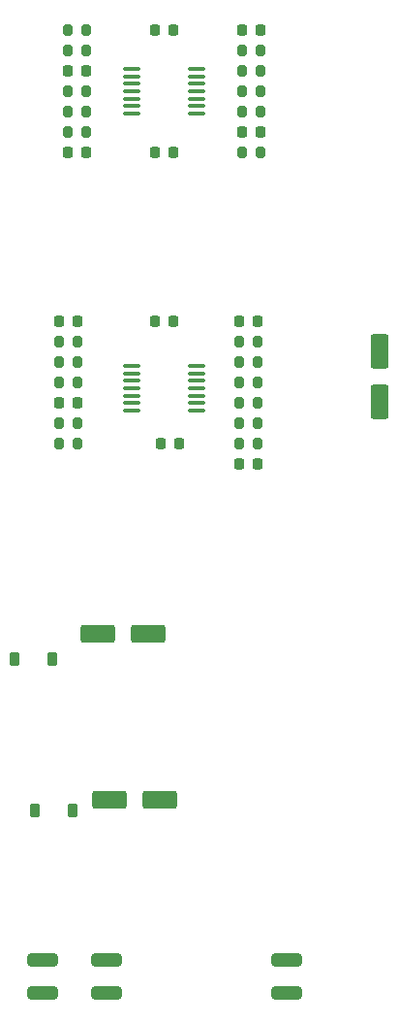
<source format=gbr>
%TF.GenerationSoftware,KiCad,Pcbnew,7.0.1*%
%TF.CreationDate,2024-08-14T21:14:33-04:00*%
%TF.ProjectId,attenuverter_mixer,61747465-6e75-4766-9572-7465725f6d69,rev?*%
%TF.SameCoordinates,Original*%
%TF.FileFunction,Paste,Bot*%
%TF.FilePolarity,Positive*%
%FSLAX46Y46*%
G04 Gerber Fmt 4.6, Leading zero omitted, Abs format (unit mm)*
G04 Created by KiCad (PCBNEW 7.0.1) date 2024-08-14 21:14:33*
%MOMM*%
%LPD*%
G01*
G04 APERTURE LIST*
G04 Aperture macros list*
%AMRoundRect*
0 Rectangle with rounded corners*
0 $1 Rounding radius*
0 $2 $3 $4 $5 $6 $7 $8 $9 X,Y pos of 4 corners*
0 Add a 4 corners polygon primitive as box body*
4,1,4,$2,$3,$4,$5,$6,$7,$8,$9,$2,$3,0*
0 Add four circle primitives for the rounded corners*
1,1,$1+$1,$2,$3*
1,1,$1+$1,$4,$5*
1,1,$1+$1,$6,$7*
1,1,$1+$1,$8,$9*
0 Add four rect primitives between the rounded corners*
20,1,$1+$1,$2,$3,$4,$5,0*
20,1,$1+$1,$4,$5,$6,$7,0*
20,1,$1+$1,$6,$7,$8,$9,0*
20,1,$1+$1,$8,$9,$2,$3,0*%
G04 Aperture macros list end*
%ADD10RoundRect,0.250000X-1.250000X-0.550000X1.250000X-0.550000X1.250000X0.550000X-1.250000X0.550000X0*%
%ADD11RoundRect,0.100000X-0.637500X-0.100000X0.637500X-0.100000X0.637500X0.100000X-0.637500X0.100000X0*%
%ADD12RoundRect,0.200000X0.200000X0.275000X-0.200000X0.275000X-0.200000X-0.275000X0.200000X-0.275000X0*%
%ADD13RoundRect,0.225000X-0.225000X-0.250000X0.225000X-0.250000X0.225000X0.250000X-0.225000X0.250000X0*%
%ADD14RoundRect,0.200000X-0.200000X-0.275000X0.200000X-0.275000X0.200000X0.275000X-0.200000X0.275000X0*%
%ADD15RoundRect,0.100000X0.637500X0.100000X-0.637500X0.100000X-0.637500X-0.100000X0.637500X-0.100000X0*%
%ADD16RoundRect,0.225000X0.225000X0.250000X-0.225000X0.250000X-0.225000X-0.250000X0.225000X-0.250000X0*%
%ADD17RoundRect,0.250000X-1.075000X0.312500X-1.075000X-0.312500X1.075000X-0.312500X1.075000X0.312500X0*%
%ADD18RoundRect,0.250000X1.250000X0.550000X-1.250000X0.550000X-1.250000X-0.550000X1.250000X-0.550000X0*%
%ADD19RoundRect,0.225000X0.225000X0.375000X-0.225000X0.375000X-0.225000X-0.375000X0.225000X-0.375000X0*%
%ADD20RoundRect,0.225000X-0.225000X-0.375000X0.225000X-0.375000X0.225000X0.375000X-0.225000X0.375000X0*%
%ADD21RoundRect,0.250000X-0.550000X1.250000X-0.550000X-1.250000X0.550000X-1.250000X0.550000X1.250000X0*%
G04 APERTURE END LIST*
D10*
%TO.C,C10*%
X130065500Y-112985000D03*
X134465500Y-112985000D03*
%TD*%
D11*
%TO.C,U1*%
X133027500Y-67609000D03*
X133027500Y-66959000D03*
X133027500Y-66309000D03*
X133027500Y-65659000D03*
X133027500Y-65009000D03*
X133027500Y-64359000D03*
X133027500Y-63709000D03*
X138752500Y-63709000D03*
X138752500Y-64359000D03*
X138752500Y-65009000D03*
X138752500Y-65659000D03*
X138752500Y-66309000D03*
X138752500Y-66959000D03*
X138752500Y-67609000D03*
%TD*%
D12*
%TO.C,R18*%
X144081000Y-89281000D03*
X142431000Y-89281000D03*
%TD*%
%TO.C,R4*%
X129095000Y-62103000D03*
X127445000Y-62103000D03*
%TD*%
D13*
%TO.C,C2*%
X142735000Y-69215000D03*
X144285000Y-69215000D03*
%TD*%
D14*
%TO.C,R9*%
X126683000Y-91059000D03*
X128333000Y-91059000D03*
%TD*%
%TO.C,R11*%
X127445000Y-67437000D03*
X129095000Y-67437000D03*
%TD*%
D15*
%TO.C,U2*%
X138752500Y-89617000D03*
X138752500Y-90267000D03*
X138752500Y-90917000D03*
X138752500Y-91567000D03*
X138752500Y-92217000D03*
X138752500Y-92867000D03*
X138752500Y-93517000D03*
X133027500Y-93517000D03*
X133027500Y-92867000D03*
X133027500Y-92217000D03*
X133027500Y-91567000D03*
X133027500Y-90917000D03*
X133027500Y-90267000D03*
X133027500Y-89617000D03*
%TD*%
D16*
%TO.C,C13*%
X136665000Y-70993000D03*
X135115000Y-70993000D03*
%TD*%
D12*
%TO.C,R6*%
X128333000Y-94615000D03*
X126683000Y-94615000D03*
%TD*%
%TO.C,R15*%
X128333000Y-87503000D03*
X126683000Y-87503000D03*
%TD*%
D17*
%TO.C,R16*%
X125222000Y-141412500D03*
X125222000Y-144337500D03*
%TD*%
D12*
%TO.C,R8*%
X144335000Y-65659000D03*
X142685000Y-65659000D03*
%TD*%
D13*
%TO.C,C15*%
X135115000Y-85725000D03*
X136665000Y-85725000D03*
%TD*%
D12*
%TO.C,R19*%
X144081000Y-91059000D03*
X142431000Y-91059000D03*
%TD*%
D14*
%TO.C,R12*%
X126683000Y-89281000D03*
X128333000Y-89281000D03*
%TD*%
D16*
%TO.C,C1*%
X129045000Y-63881000D03*
X127495000Y-63881000D03*
%TD*%
%TO.C,C12*%
X136665000Y-60325000D03*
X135115000Y-60325000D03*
%TD*%
D14*
%TO.C,R14*%
X142685000Y-62103000D03*
X144335000Y-62103000D03*
%TD*%
D16*
%TO.C,C3*%
X128283000Y-92837000D03*
X126733000Y-92837000D03*
%TD*%
D12*
%TO.C,R10*%
X144335000Y-63881000D03*
X142685000Y-63881000D03*
%TD*%
%TO.C,R2*%
X144335000Y-70993000D03*
X142685000Y-70993000D03*
%TD*%
D16*
%TO.C,C4*%
X129032000Y-70993000D03*
X127482000Y-70993000D03*
%TD*%
D18*
%TO.C,C11*%
X135481500Y-127463000D03*
X131081500Y-127463000D03*
%TD*%
D13*
%TO.C,C7*%
X142481000Y-85725000D03*
X144031000Y-85725000D03*
%TD*%
%TO.C,C5*%
X142735000Y-60325000D03*
X144285000Y-60325000D03*
%TD*%
D12*
%TO.C,R20*%
X144081000Y-92837000D03*
X142431000Y-92837000D03*
%TD*%
D14*
%TO.C,R21*%
X142431000Y-87503000D03*
X144081000Y-87503000D03*
%TD*%
D12*
%TO.C,R13*%
X129095000Y-69215000D03*
X127445000Y-69215000D03*
%TD*%
D14*
%TO.C,R5*%
X142685000Y-67437000D03*
X144335000Y-67437000D03*
%TD*%
D12*
%TO.C,R22*%
X144081000Y-94615000D03*
X142431000Y-94615000D03*
%TD*%
%TO.C,R23*%
X144081000Y-96393000D03*
X142431000Y-96393000D03*
%TD*%
D14*
%TO.C,R1*%
X127445000Y-60325000D03*
X129095000Y-60325000D03*
%TD*%
D13*
%TO.C,C14*%
X135623000Y-96393000D03*
X137173000Y-96393000D03*
%TD*%
D16*
%TO.C,C6*%
X128283000Y-85725000D03*
X126733000Y-85725000D03*
%TD*%
D19*
%TO.C,D1*%
X126110000Y-115189000D03*
X122810000Y-115189000D03*
%TD*%
D17*
%TO.C,R24*%
X146558000Y-141412500D03*
X146558000Y-144337500D03*
%TD*%
D20*
%TO.C,D2*%
X124588000Y-128397000D03*
X127888000Y-128397000D03*
%TD*%
D17*
%TO.C,R17*%
X130810000Y-141412500D03*
X130810000Y-144337500D03*
%TD*%
D14*
%TO.C,R7*%
X127445000Y-65659000D03*
X129095000Y-65659000D03*
%TD*%
%TO.C,R3*%
X126683000Y-96393000D03*
X128333000Y-96393000D03*
%TD*%
D21*
%TO.C,C8*%
X154686000Y-88351000D03*
X154686000Y-92751000D03*
%TD*%
D16*
%TO.C,C9*%
X144031000Y-98171000D03*
X142481000Y-98171000D03*
%TD*%
M02*

</source>
